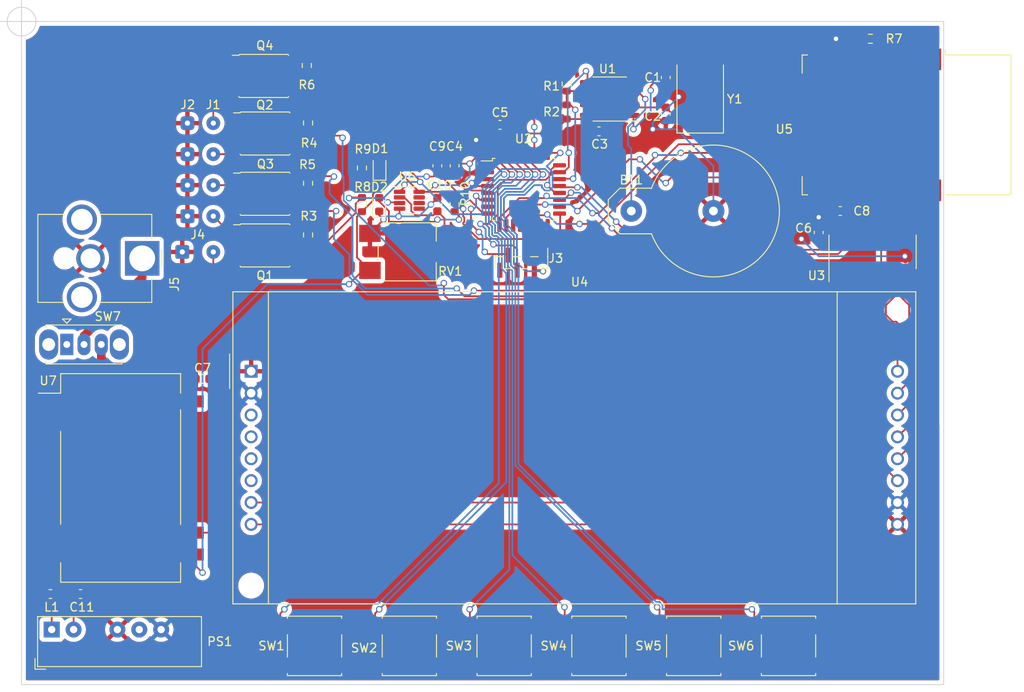
<source format=kicad_pcb>
(kicad_pcb (version 20211014) (generator pcbnew)
  (layers (0 "F.Cu" signal) (31 "B.Cu" signal) (34 "B.Paste" user) (35 "F.Paste" user) (36 "B.SilkS" user "B.Silkscreen") (37 "F.SilkS" user "F.Silkscreen") (38 "B.Mask" user) (39 "F.Mask" user) (44 "Edge.Cuts" user))
  (net 0 "")
  (net 1 "Net-(BT1-Pad1)")
  (net 2 "GND")
  (net 3 "Net-(C1-Pad1)")
  (net 4 "Net-(C2-Pad1)")
  (net 5 "+5V")
  (net 6 "+3.3V")
  (net 7 "Net-(C10-Pad1)")
  (net 8 "Net-(C11-Pad2)")
  (net 9 "Net-(D1-Pad1)")
  (net 10 "Net-(D2-Pad2)")
  (net 11 "/V1")
  (net 12 "/SWCLK")
  (net 13 "/SWDIO")
  (net 14 "/NRST")
  (net 16 "Net-(L1-Pad2)")
  (net 18 "Net-(Q1-Pad2)")
  (net 19 "+24V")
  (net 20 "/V3")
  (net 21 "Net-(Q2-Pad2)")
  (net 22 "/V2")
  (net 23 "Net-(Q3-Pad2)")
  (net 24 "/V4")
  (net 25 "Net-(Q4-Pad2)")
  (net 26 "/I2C2_SCL")
  (net 27 "/Q1")
  (net 28 "/Q3")
  (net 29 "/Q2")
  (net 30 "/Q4")
  (net 31 "/I2C2_SDA")
  (net 36 "/USART2_TX")
  (net 37 "/USART2_RX")
  (net 38 "/ADC1_IN4")
  (net 39 "/I2C1_SCL")
  (net 44 "/GPIO_Input")
  (net 45 "/I2C1_SDA")
  (net 51 "Net-(U3-Pad4)")
  (net 52 "Net-(U3-Pad5)")
  (net 53 "Net-(U3-Pad6)")
  (net 54 "Net-(U3-Pad7)")
  (net 55 "Net-(U3-Pad9)")
  (net 56 "Net-(U3-Pad10)")
  (net 57 "Net-(U3-Pad11)")
  (net 58 "Net-(U3-Pad12)")
  (net 94 "/Power supply/VIN")
  (net 95 "/SW1")
  (net 96 "/SW2")
  (net 97 "/SW3")
  (net 98 "/SW4")
  (net 99 "/SW5")
  (net 100 "/SW6")
  (net 101 "/ADC1_IN1")
  (net 102 "Net-(R7-Pad2)")
  (footprint "Resistor_SMD:R_0603_1608Metric" (layer "F.Cu") (at 98.25 93.78 90)
    (fp_text reference "R3")
    (fp_text value "10k")
  )
  (footprint "Package_DirectFET:DirectFET_MD" (layer "F.Cu") (at 93.25 82.005)
    (fp_text reference "Q2")
    (fp_text value "Valve 3 power")
  )
  (footprint "Package_SO:SO-8_3.9x4.9mm_P1.27mm" (layer "F.Cu") (at 133.25 78 180)
    (fp_text reference "U1")
    (fp_text value "DS1307N+")
  )
  (footprint "Potentiometer_SMD:Potentiometer_ACP_CA6-VSMD_Vertical" (layer "F.Cu") (at 109.75 95.75)
    (fp_text reference "RV1")
    (fp_text value "10k")
  )
  (footprint "Capacitor_SMD:C_0603_1608Metric" (layer "F.Cu") (at 157.5 93.5 -90)
    (fp_text reference "C6")
    (fp_text value "100nF")
  )
  (footprint "Package_SO:SO-16_3.9x9.9mm_P1.27mm" (layer "F.Cu") (at 163.75 95.75 90)
    (fp_text reference "U3")
    (fp_text value "PCF8574")
  )
  (footprint "Resistor_SMD:R_0603_1608Metric" (layer "F.Cu") (at 128.25 76.25 -90)
    (fp_text reference "R1")
    (fp_text value "3k")
  )
  (footprint "Resistor_SMD:R_0603_1608Metric" (layer "F.Cu") (at 115.25 90.25 -90)
    (fp_text reference "R10")
    (fp_text value "1k")
  )
  (footprint "Capacitor_SMD:C_0603_1608Metric" (layer "F.Cu") (at 113.25 85.75 90)
    (fp_text reference "C9")
    (fp_text value "104")
  )
  (footprint "LED_SMD:LED_0603_1608Metric" (layer "F.Cu") (at 106.5 90.25 90)
    (fp_text reference "D2")
    (fp_text value "Power LED")
  )
  (footprint "Connector_PinHeader_1.00mm:PinHeader_1x06_P1.00mm_Vertical_SMD_Pin1Left" (layer "F.Cu") (at 123 97 -90)
    (fp_text reference "J3")
    (fp_text value "Conn_01x06")
  )
  (footprint "Resistor_SMD:R_0603_1608Metric" (layer "F.Cu") (at 104.5 90.25 90)
    (fp_text reference "R8")
    (fp_text value "10k")
  )
  (footprint "Capacitor_SMD:C_0603_1608Metric" (layer "F.Cu") (at 113.25 90.25 90)
    (fp_text reference "C10")
    (fp_text value "104")
  )
  (footprint "Capacitor_SMD:C_0603_1608Metric" (layer "F.Cu") (at 132 81.75)
    (fp_text reference "C3")
    (fp_text value "100nF")
  )
  (footprint "Resistor_SMD:R_0603_1608Metric" (layer "F.Cu") (at 163.5 71)
    (fp_text reference "R7")
    (fp_text value "10k")
  )
  (footprint "Resistor_SMD:R_0603_1608Metric" (layer "F.Cu") (at 104.5 86 90)
    (fp_text reference "R9")
    (fp_text value "1k")
  )
  (footprint "Inductor_SMD:L_0603_1608Metric" (layer "F.Cu") (at 68.348884 135.48)
    (fp_text reference "L1")
    (fp_text value "18uH")
  )
  (footprint "Package_QFP:LQFP-32_7x7mm_P0.8mm" (layer "F.Cu") (at 123.25 88.5)
    (fp_text reference "U2")
    (fp_text value "STM32G071KxT")
  )
  (footprint "Button_Switch_SMD:SW_SPST_B3S-1000" (layer "F.Cu") (at 143 141.5)
    (fp_text reference "SW5")
    (fp_text value "SW_MEC_5E")
  )
  (footprint "Button_Switch_SMD:SW_SPST_B3S-1000" (layer "F.Cu") (at 154 141.5)
    (fp_text reference "SW6")
    (fp_text value "SW_MEC_5E")
  )
  (footprint "Capacitor_SMD:C_0603_1608Metric" (layer "F.Cu") (at 71.848884 135.48 180)
    (fp_text reference "C11")
    (fp_text value "2.2uF")
  )
  (footprint "Connector_Wire:SolderWire-0.1sqmm_1x04_P3.6mm_D0.4mm_OD1mm" (layer "F.Cu") (at 84.25 91.6 90)
    (fp_text reference "J2")
    (fp_text value "Valve output ground")
  )
  (footprint "RF_Module:ESP-12E" (layer "F.Cu") (at 167.7 81 -90)
    (fp_text reference "U5")
    (fp_text value "ESP-12E")
  )
  (footprint "Battery:BatteryHolder_Keystone_500" (layer "F.Cu") (at 135.753395 91)
    (fp_text reference "BT1")
    (fp_text value "3V")
  )
  (footprint "Converter_DCDC:Converter_DCDC_XP_POWER-IAxxxxS_THT" (layer "F.Cu") (at 68.5 139.605 90)
    (fp_text reference "PS1")
    (fp_text value "IA0503S")
  )
  (footprint "Package_DirectFET:DirectFET_MD" (layer "F.Cu") (at 93.25 95)
    (fp_text reference "Q1")
    (fp_text value "Valve 1 power")
  )
  (footprint "Capacitor_SMD:C_0603_1608Metric" (layer "F.Cu") (at 139.75 75.5 -90)
    (fp_text reference "C1")
    (fp_text value "12.5pF")
  )
  (footprint "Button_Switch_SMD:SW_SPST_B3S-1000" (layer "F.Cu") (at 99 141.5)
    (fp_text reference "SW1")
    (fp_text value "SW_MEC_5E")
  )
  (footprint "Capacitor_SMD:C_0603_1608Metric" (layer "F.Cu") (at 120.525 81)
    (fp_text reference "C5")
    (fp_text value "100nF")
  )
  (footprint "Resistor_SMD:R_0603_1608Metric" (layer "F.Cu") (at 98.1 74.1 90)
    (fp_text reference "R6")
    (fp_text value "10k")
  )
  (footprint "Capacitor_SMD:C_0603_1608Metric" (layer "F.Cu") (at 86 110.5 180)
    (fp_text reference "C7")
    (fp_text value "100nF")
  )
  (footprint "Connector_Wire:SolderWire-0.1sqmm_1x02_P3.6mm_D0.4mm_OD1mm" (layer "F.Cu") (at 83.65 95.755)
    (fp_text reference "J4")
    (fp_text value "Conn_01x02")
  )
  (footprint "Button_Switch_SMD:SW_SPST_B3S-1000" (layer "F.Cu") (at 110 141.5)
    (fp_text reference "SW2")
    (fp_text value "SW_MEC_5E")
  )
  (footprint "Converter_DCDC:Converter_DCDC_Artesyn_ATA_SMD" (layer "F.Cu") (at 76.5 122)
    (fp_text reference "U7")
    (fp_text value "ATA00A18S-L")
  )
  (footprint "Package_DirectFET:DirectFET_MD" (layer "F.Cu") (at 93.1 75.32)
    (fp_text reference "Q4")
    (fp_text value "Valve 4 power")
  )
  (footprint "Resistor_SMD:R_0603_1608Metric" (layer "F.Cu") (at 128.25 79.5 90)
    (fp_text reference "R2")
    (fp_text value "3k")
  )
  (footprint "Connector_BarrelJack:BarrelJack_CUI_PJ-063AH_Horizontal_CircularHoles" (layer "F.Cu") (at 79 96.5 -90)
    (fp_text reference "J5")
    (fp_text value "Jack-DC")
  )
  (footprint "Package_DirectFET:DirectFET_MD" (layer "F.Cu") (at 93.25 89)
    (fp_text reference "Q3")
    (fp_text value "Valve 2 power")
  )
  (footprint "Connector_Wire:SolderWire-0.1sqmm_1x04_P3.6mm_D0.4mm_OD1mm" (layer "F.Cu") (at 87.25 91.6 90)
    (fp_text reference "J1")
    (fp_text value "Valve input +24V")
  )
  (footprint "Package_TO_SOT_SMD:SOT-23-8" (layer "F.Cu") (at 110 89.75)
    (fp_text reference "U6")
    (fp_text value "LM393")
  )
  (footprint "Resistor_SMD:R_0603_1608Metric" (layer "F.Cu") (at 98.25 87.78 90)
    (fp_text reference "R5")
    (fp_text value "10k")
  )
  (footprint "Button_Switch_THT:SW_Slide_1P2T_CK_OS102011MS2Q" (layer "F.Cu") (at 70.25 106.5)
    (fp_text reference "SW7")
    (fp_text value "SW_SPDT")
  )
  (footprint "Button_Switch_SMD:SW_SPST_B3S-1000" (layer "F.Cu") (at 121 141.5)
    (fp_text reference "SW3")
    (fp_text value "SW_MEC_5E")
  )
  (footprint "Capacitor_SMD:C_0603_1608Metric" (layer "F.Cu") (at 160 91 180)
    (fp_text reference "C8")
    (fp_text value "100nF")
  )
  (footprint "Resistor_SMD:R_0603_1608Metric" (layer "F.Cu") (at 98.25 80.785 90)
    (fp_text reference "R4")
    (fp_text value "10k")
  )
  (footprint "Capacitor_SMD:C_0603_1608Metric" (layer "F.Cu") (at 139.75 79.75 -90)
    (fp_text reference "C2")
    (fp_text value "12.5pF")
  )
  (footprint "Crystal:Crystal_SMD_FOX_FQ7050-2Pin_7.0x5.0mm" (layer "F.Cu") (at 143.75 77.75 90)
    (fp_text reference "Y1")
    (fp_text value "32.768KHZ")
  )
  (footprint "Button_Switch_SMD:SW_SPST_B3S-1000" (layer "F.Cu") (at 132 141.5)
    (fp_text reference "SW4")
    (fp_text value "SW_MEC_5E")
  )
  (footprint "Display:NHD-0420H1Z" (layer "F.Cu") (at 91.6425 109.61)
    (fp_text reference "U4")
    (fp_text value "NHD-0420H1Z")
  )
  (footprint "Capacitor_SMD:C_0603_1608Metric" (layer "F.Cu") (at 115.25 85.75 -90)
    (fp_text reference "C4")
    (fp_text value "100nF")
  )
  (footprint "LED_SMD:LED_0603_1608Metric" (layer "F.Cu") (at 106.54 85.9425 90)
    (fp_text reference "D1")
    (fp_text value "Trigger LED")
  )
  (gr_line (start 68 69) (end 65 69) (layer "Edge.Cuts") (width 0.1))
  (gr_line (start 172 70) (end 172 146) (layer "Edge.Cuts") (width 0.1))
  (gr_line (start 172 69) (end 172 70) (layer "Edge.Cuts") (width 0.1))
  (gr_line (start 172 69) (end 68 69) (layer "Edge.Cuts") (width 0.1))
  (gr_line (start 65 69) (end 65 146) (layer "Edge.Cuts") (width 0.1))
  (gr_line (start 172 146) (end 65 146) (layer "Edge.Cuts") (width 0.1))
  (target plus (at 65 69) (size 5) (width 0.1) (layer "Edge.Cuts"))
  (segment (start 136.7405 77.365) (end 137.3755 78) (width 0.2) (layer "F.Cu") (net 1))
  (segment (start 135.825 77.365) (end 136.7405 77.365) (width 0.2) (layer "F.Cu") (net 1))
  (via (at 137.3755 78) (size 0.75) (drill 0.5) (layers "F.Cu" "B.Cu") (net 1))
  (segment (start 135.375 83.375) (end 135.753395 83.753395) (width 0.2) (layer "B.Cu") (net 1))
  (segment (start 135.375 81.241116) (end 135.375 83.375) (width 0.2) (layer "B.Cu") (net 1))
  (segment (start 137.3755 78) (end 137.3755 79.240616) (width 0.2) (layer "B.Cu") (net 1))
  (segment (start 135.753395 83.753395) (end 135.753395 91) (width 0.2) (layer "B.Cu") (net 1))
  (segment (start 137.3755 79.240616) (end 135.375 81.241116) (width 0.2) (layer "B.Cu") (net 1))
  (segment (start 139.75 80.525) (end 139.225 80.525) (width 0.2) (layer "F.Cu") (net 2))
  (segment (start 113.25 84.975) (end 113.7 84.975) (width 0.2) (layer "F.Cu") (net 2))
  (segment (start 157.475 94.25) (end 157.5 94.275) (width 0.2) (layer "F.Cu") (net 2))
  (segment (start 117.241116 88.625) (end 115.25 86.633884) (width 0.2) (layer "F.Cu") (net 2))
  (segment (start 107 92) (end 105.425 93.575) (width 0.2) (layer "F.Cu") (net 2))
  (segment (start 113.25 89.491246) (end 112.495831 90.245415) (width 0.2) (layer "F.Cu") (net 2))
  (segment (start 157.2 88.975) (end 157.2 88.6) (width 0.2) (layer "F.Cu") (net 2))
  (segment (start 139.775 76.275) (end 139.75 76.275) (width 0.2) (layer "F.Cu") (net 2))
  (segment (start 113.25 89.475) (end 113.25 89.491246) (width 0.2) (layer "F.Cu") (net 2))
  (segment (start 105.425 93.575) (end 105.425 93.6) (width 0.2) (layer "F.Cu") (net 2))
  (segment (start 139.225 80.525) (end 138.25 81.5) (width 0.2) (layer "F.Cu") (net 2))
  (segment (start 115.25 86.633884) (end 115.25 86.525) (width 0.2) (layer "F.Cu") (net 2))
  (segment (start 155.5 94.25) (end 157.475 94.25) (width 0.2) (layer "F.Cu") (net 2))
  (segment (start 119.075 88.9) (end 118.8 88.625) (width 0.2) (layer "F.Cu") (net 2))
  (segment (start 108.8625 91.513) (end 108.8625 90.725) (width 0.2) (layer "F.Cu") (net 2))
  (segment (start 108.75 91.6255) (end 108.8625 91.513) (width 0.2) (layer "F.Cu") (net 2))
  (segment (start 141.25 77.75) (end 139.775 76.275) (width 0.2) (layer "F.Cu") (net 2))
  (segment (start 107 92) (end 106.5 91.5) (width 0.2) (layer "F.Cu") (net 2))
  (segment (start 159.225 91) (end 157.2 88.975) (width 0.2) (layer "F.Cu") (net 2))
  (segment (start 168.195 98.325) (end 168.195 96.945) (width 0.2) (layer "F.Cu") (net 2))
  (segment (start 118.8 88.625) (end 117.241116 88.625) (width 0.2) (layer "F.Cu") (net 2))
  (segment (start 113.7 84.975) (end 115.25 86.525) (width 0.2) (layer "F.Cu") (net 2))
  (segment (start 168.195 96.945) (end 167.5 96.25) (width 0.2) (layer "F.Cu") (net 2))
  (segment (start 106.5 91.5) (end 106.5 91.0375) (width 0.2) (layer "F.Cu") (net 2))
  (via (at 167.5 96.25) (size 0.75) (drill 0.5) (layers "F.Cu" "B.Cu") (net 2))
  (via (at 107 92) (size 0.75) (drill 0.5) (layers "F.Cu" "B.Cu") (net 2))
  (via (at 108.75 91.6255) (size 0.75) (drill 0.5) (layers "F.Cu" "B.Cu") (net 2))
  (via (at 138.25 81.5) (size 0.75) (drill 0.5) (layers "F.Cu" "B.Cu") (net 2))
  (via (at 141.25 77.75) (size 0.75) (drill 0.5) (layers "F.Cu" "B.Cu") (net 2))
  (via (at 112.495831 90.245415) (size 0.75) (drill 0.5) (layers "F.Cu" "B.Cu") (net 2))
  (via (at 155.5 94.25) (size 0.75) (drill 0.5) (layers "F.Cu" "B.Cu") (net 2))
  (segment (start 141 81.5) (end 145.283395 85.783395) (width 0.2) (layer "B.Cu") (net 2))
  (segment (start 138.25 80.75) (end 141.25 77.75) (width 0.2) (layer "B.Cu") (net 2))
  (segment (start 145.283395 85.783395) (end 145.283395 91) (width 0.2) (layer "B.Cu") (net 2))
  (segment (start 157.5 96.25) (end 167.5 96.25) (width 0.2) (layer "B.Cu") (net 2))
  (segment (start 111.115746 91.6255) (end 108.75 91.6255) (width 0.2) (layer "B.Cu") (net 2))
  (segment (start 155.5 94.25) (end 157.5 96.25) (width 0.2) (layer "B.Cu") (net 2))
  (segment (start 138.25 81.5) (end 138.25 80.75) (width 0.2) (layer "B.Cu") (net 2))
  (segment (start 107.3745 91.6255) (end 108.75 91.6255) (width 0.2) (layer "B.Cu") (net 2))
  (segment (start 112.495831 90.245415) (end 111.115746 91.6255) (width 0.2) (layer "B.Cu") (net 2))
  (segment (start 138.25 81.5) (end 141 81.5) (width 0.2) (layer "B.Cu") (net 2))
  (segment (start 107 92) (end 107.3745 91.6255) (width 0.2) (layer "B.Cu") (net 2))
  (segment (start 140.175 75.15) (end 139.75 74.725) (width 0.2) (layer "F.Cu") (net 3))
  (segment (start 143.75 75.15) (end 140.175 75.15) (width 0.2) (layer "F.Cu") (net 3))
  (segment (start 138 76.475) (end 138 77) (width 0.2) (layer "F.Cu") (net 3))
  (segment (start 136 81.5) (end 136 80.08) (width 0.2) (layer "F.Cu") (net 3))
  (segment (start 136 80.08) (end 135.825 79.905) (width 0.2) (layer "F.Cu") (net 3))
  (segment (start 139.75 74.725) (end 138 76.475) (width 0.2) (layer "F.Cu") (net 3))
  (via (at 138 77) (size 0.75) (drill 0.5) (layers "F.Cu" "B.Cu") (net 3))
  (via (at 136 81.5) (size 0.75) (drill 0.5) (layers "F.Cu" "B.Cu") (net 3))
  (segment (start 138 79.5) (end 136 81.5) (width 0.2) (layer "B.Cu") (net 3))
  (segment (start 138 77) (end 138 79.5) (width 0.2) (layer "B.Cu") (net 3))
  (segment (start 136.165 78.975) (end 135.825 78.635) (width 0.2) (layer "F.Cu") (net 4))
  (segment (start 143.75 80.35) (end 141.125 80.35) (width 0.2) (layer "F.Cu") (net 4))
  (segment (start 141.125 80.35) (end 139.75 78.975) (width 0.2) (layer "F.Cu") (net 4))
  (segment (start 139.75 78.975) (end 136.165 78.975) (width 0.2) (layer "F.Cu") (net 4))
  (segment (start 104.5 91.075) (end 103.925 91.65) (width 0.2) (layer "F.Cu") (net 5))
  (segment (start 108.93125 86.56875) (end 108.43125 86.06875) (width 0.2) (layer "F.Cu") (net 5))
  (segment (start 107.5175 85.155) (end 106.54 85.155) (width 0.2) (layer "F.Cu") (net 5))
  (segment (start 117 85.5) (end 115.775 85.5) (width 0.2) (layer "F.Cu") (net 5))
  (segment (start 104.6 97.9) (end 103 99.5) (width 0.2) (layer "F.Cu") (net 5))
  (segment (start 130.255 80.325) (end 130.675 79.905) (width 0.2) (layer "F.Cu") (net 5))
  (segment (start 84.75 135.25) (end 84.5 135.5) (width 0.2) (layer "F.Cu") (net 5))
  (segment (start 114.6 88.775) (end 112.275 88.775) (width 0.2) (layer "F.Cu") (net 5))
  (segment (start 117 85.5) (end 120.5 82) (width 0.2) (layer "F.Cu") (net 5))
  (segment (start 105.775 89.8) (end 105.775 89.049587) (width 0.2) (layer "F.Cu") (net 5))
  (segment (start 105.775 89.049587) (end 108.43125 86.393337) (width 0.2) (layer "F.Cu") (net 5))
  (segment (start 105.425 97.9) (end 104.6 97.9) (width 0.2) (layer "F.Cu") (net 5))
  (segment (start 103.925 96.4) (end 105.425 97.9) (width 0.2) (layer "F.Cu") (net 5))
  (segment (start 131.225 80.455) (end 131.225 81.75) (width 0.2) (layer "F.Cu") (net 5))
  (segment (start 127.5 79.575) (end 127.5 76.175) (width 0.2) (layer "F.Cu") (net 5))
  (segment (start 84.75 131.75) (end 84.75 130.89) (width 0.2) (layer "F.Cu") (net 5))
  (segment (start 126.575 82) (end 128.25 80.325) (width 0.2) (layer "F.Cu") (net 5))
  (segment (start 128.25 80.325) (end 127.5 79.575) (width 0.2) (layer "F.Cu") (net 5))
  (segment (start 103.925 91.65) (end 103.925 96.4) (width 0.2) (layer "F.Cu") (net 5))
  (segment (start 84.75 130.89) (end 84.75 135.25) (width 0.2) (layer "F.Cu") (net 5))
  (segment (start 72.623884 135.48) (end 71.643884 134.5) (width 0.2) (layer "F.Cu") (net 5))
  (segment (start 67.561384 134.938616) (end 67.561384 135.48) (width 0.2) (layer "F.Cu") (net 5))
  (segment (start 115.25 89.425) (end 114.6 88.775) (width 0.2) (layer "F.Cu") (net 5))
  (segment (start 115.775 85.5) (end 115.25 84.975) (width 0.2) (layer "F.Cu") (net 5))
  (segment (start 128.25 80.325) (end 130.255 80.325) (width 0.2) (layer "F.Cu") (net 5))
  (segment (start 86 133) (end 84.75 131.75) (width 0.2) (layer "F.Cu") (net 5))
  (segment (start 84.5 135.5) (end 72.643884 135.5) (width 0.2) (layer "F.Cu") (net 5))
  (segment (start 72.643884 135.5) (end 72.623884 135.48) (width 0.2) (layer "F.Cu") (net 5))
  (segment (start 108.43125 86.393337) (end 108.43125 86.06875) (width 0.2) (layer "F.Cu") (net 5))
  (segment (start 111.1375 88.775) (end 108.93125 86.56875) (width 0.2) (layer "F.Cu") (net 5))
  (segment (start 112.275 88.775) (end 111.1375 88.775) (width 0.2) (layer "F.Cu") (net 5))
  (segment (start 120.5 82) (end 126.575 82) (width 0.2) (layer "F.Cu") (net 5))
  (segment (start 68 134.5) (end 67.561384 134.938616) (width 0.2) (layer "F.Cu") (net 5))
  (segment (start 112.275 88.775) (end 112.275 88.725) (width 0.2) (layer "F.Cu") (net 5))
  (segment (start 130.675 79.905) (end 131.225 80.455) (width 0.2) (layer "F.Cu") (net 5))
  (segment (start 127.5 76.175) (end 128.25 75.425) (width 0.2) (layer "F.Cu") (net 5))
  (segment (start 112.275 88.725) (end 113 88) (width 0.2) (layer "F.Cu") (net 5))
  (segment (start 104.5 91.075) (end 105.775 89.8) (width 0.2) (layer "F.Cu") (net 5))
  (segment (start 108.43125 86.06875) (end 107.5175 85.155) (width 0.2) (layer "F.Cu") (net 5))
  (segment (start 71.643884 134.5) (end 68 134.5) (width 0.2) (layer "F.Cu") (net 5))
  (via (at 113 88) (size 0.75) (drill 0.5) (layers "F.Cu" "B.Cu") (net 5))
  (via (at 117 85.5) (size 0.75) (drill 0.5) (layers "F.Cu" "B.Cu") (net 5))
  (via (at 86 133) (size 0.75) (drill 0.5) (layers "F.Cu" "B.Cu") (net 5))
  (via (at 103 99.5) (size 0.75) (drill 0.5) (layers "F.Cu" "B.Cu") (net 5))
  (segment (start 93.5 99.5) (end 86 107) (width 0.2) (layer "B.Cu") (net 5))
  (segment (start 86 107) (end 86 133) (width 0.2) (layer "B.Cu") (net 5))
  (segment (start 117 87) (end 117 85.5) (width 0.2) (layer "B.Cu") (net 5))
  (segment (start 113 88) (end 116 88) (width 0.2) (layer "B.Cu") (net 5))
  (segment (start 103 99.5) (end 93.5 99.5) (width 0.2) (layer "B.Cu") (net 5))
  (segment (start 116 88) (end 117 87) (width 0.2) (layer "B.Cu") (net 5))
  (segment (start 159.305 93.175) (end 157.95 93.175) (width 0.2) (layer "F.Cu") (net 6))
  (segment (start 118 94.25) (end 123.625 94.25) (width 0.2) (layer "F.Cu") (net 6))
  (segment (start 157.5 91.725) (end 160.05 91.725) (width 0.2) (layer "F.Cu") (net 6))
  (segment (start 116.375 92.258884) (end 116.25 92.383884) (width 0.2) (layer "F.Cu") (net 6))
  (segment (start 116.25 90.7505) (end 116.25 91.616116) (width 0.2) (layer "F.Cu") (net 6))
  (segment (start 157.2 73.15) (end 157.2 73.4) (width 0.2) (layer "F.Cu") (net 6))
  (segment (start 118 82.75) (end 119.75 81) (width 0.2) (layer "F.Cu") (net 6))
  (segment (start 116.25 92.383884) (end 116.25 92.5) (width 0.2) (layer "F.Cu") (net 6))
  (segment (start 159.5 71) (end 159.35 71) (width 0.2) (layer "F.Cu") (net 6))
  (segment (start 117.75 82.75) (end 118 82.75) (width 0.2) (layer "F.Cu") (net 6))
  (segment (start 117.6 88.1) (end 119.075 88.1) (width 0.2) (layer "F.Cu") (net 6))
  (segment (start 161.2 90.575) (end 161.2 88.6) (width 0.2) (layer "F.Cu") (net 6))
  (segment (start 86.775 110.5) (end 89.9925 110.5) (width 0.2) (layer "F.Cu") (net 6))
  (segment (start 89.9925 110.5) (end 91.6425 112.15) (width 0.2) (layer "F.Cu") (net 6))
  (segment (start 116.25 92.5) (end 118 94.25) (width 0.2) (layer "F.Cu") (net 6))
  (segment (start 162.675 71) (end 159.5 71) (width 0.2) (layer "F.Cu") (net 6))
  (segment (start 157.5 92.725) (end 157.5 91.725) (width 0.2) (layer "F.Cu") (net 6))
  (segment (start 157.95 93.175) (end 157.5 92.725) (width 0.2) (layer "F.Cu") (net 6))
  (segment (start 160.05 91.725) (end 160.775 91) (width 0.2) (layer "F.Cu") (net 6))
  (segment (start 123.625 94.25) (end 125.5 96.125) (width 0.2) (layer "F.Cu") (net 6))
  (segment (start 116.375 91.741116) (end 116.375 92.258884) (width 0.2) (layer "F.Cu") (net 6))
  (segment (start 116.25 91.616116) (end 116.375 91.741116) (width 0.2) (layer "F.Cu") (net 6))
  (segment (start 117.25 87.75) (end 117.6 88.1) (width 0.2) (layer "F.Cu") (net 6))
  (segment (start 160.775 91) (end 161.2 90.575) (width 0.2) (layer "F.Cu") (net 6))
  (segment (start 159.35 71) (end 157.2 73.15) (width 0.2) (layer "F.Cu") (net 6))
  (via (at 157.5 91.725) (size 0.75) (drill 0.5) (layers "F.Cu" "B.Cu") (net 6))
  (via (at 159.5 71) (size 0.75) (drill 0.5) (layers "F.Cu" "B.Cu") (net 6))
  (via (at 159.5 71) (size 0.75) (drill 0.5) (layers "F.Cu" "B.Cu") (net 6))
  (via (at 116.25 90.7505) (size 0.75) (drill 0.5) (layers "F.Cu" "B.Cu") (net 6))
  (via (at 117.25 87.75) (size 0.75) (drill 0.5) (layers "F.Cu" "B.Cu") (net 6))
  (via (at 117.75 82.75) (size 0.75) (drill 0.5) (layers "F.Cu" "B.Cu") (net 6))
  (segment (start 116.25 88.75) (end 117.25 87.75) (width 0.2) (layer "B.Cu") (net 6))
  (segment (start 116.25 90.7505) (end 116.25 88.75) (width 0.2) (layer "B.Cu") (net 6))
  (segment (start 117.75 87.25) (end 117.75 82.75) (width 0.2) (layer "B.Cu") (net 6))
  (segment (start 117.25 87.75) (end 117.75 87.25) (width 0.2) (layer "B.Cu") (net 6))
  (segment (start 110.71967 91.5) (end 112.775 91.5) (width 0.2) (layer "F.Cu") (net 7))
  (segment (start 113.25 91.025) (end 114.075 91.85) (width 0.2) (layer "F.Cu") (net 7))
  (segment (start 114.075 91.85) (end 114.075 95.75) (width 0.2) (layer "F.Cu") (net 7))
  (segment (start 109.40533 89.425) (end 110.225 90.24467) (width 0.2) (layer "F.Cu") (net 7))
  (segment (start 110.225 91.00533) (end 110.71967 91.5) (width 0.2) (layer "F.Cu") (net 7))
  (segment (start 108.8625 89.425) (end 109.40533 89.425) (width 0.2) (layer "F.Cu") (net 7))
  (segment (start 110.225 90.24467) (end 110.225 91.00533) (width 0.2) (layer "F.Cu") (net 7))
  (segment (start 112.775 91.5) (end 113.25 91.025) (width 0.2) (layer "F.Cu") (net 7))
  (segment (start 86.85 128.35) (end 87 128.5) (width 0.2) (layer "F.Cu") (net 8))
  (segment (start 71.04 135.513884) (end 71.04 139.605) (width 0.2) (layer "F.Cu") (net 8))
  (segment (start 87 128.5) (end 87 136.5) (width 0.2) (layer "F.Cu") (net 8))
  (segment (start 72.093884 136.5) (end 71.073884 135.48) (width 0.2) (layer "F.Cu") (net 8))
  (segment (start 87 136.5) (end 72.093884 136.5) (width 0.2) (layer "F.Cu") (net 8))
  (segment (start 84.75 128.35) (end 86.85 128.35) (width 0.2) (layer "F.Cu") (net 8))
  (segment (start 71.073884 135.48) (end 71.04 135.513884) (width 0.2) (layer "F.Cu") (net 8))
  (segment (start 106.445 86.825) (end 106.54 86.73) (width 0.2) (layer "F.Cu") (net 9))
  (segment (start 104.5 86.825) (end 106.445 86.825) (width 0.2) (layer "F.Cu") (net 9))
  (segment (start 107.625 92.25) (end 113 92.25) (width 0.2) (layer "F.Cu") (net 10))
  (segment (start 113 92.25) (end 113.25 92) (width 0.2) (layer "F.Cu") (net 10))
  (segment (start 106.5 89.883884) (end 107.625 91.008884) (width 0.2) (layer "F.Cu") (net 10))
  (segment (start 115.75 91.575) (end 115.25 91.075) (width 0.2) (layer "F.Cu") (net 10))
  (segment (start 107.625 91.008884) (end 107.625 92.25) (width 0.2) (layer "F.Cu") (net 10))
  (segment (start 115.75 92) (end 115.75 91.575) (width 0.2) (layer "F.Cu") (net 10))
  (segment (start 106.5 89.4625) (end 106.5 89.883884) (width 0.2) (layer "F.Cu") (net 10))
  (via (at 113.25 92) (size 0.75) (drill 0.5) (layers "F.Cu" "B.Cu") (net 10))
  (via (at 115.75 92) (size 0.75) (drill 0.5) (layers "F.Cu" "B.Cu") (net 10))
  (segment (start 113.25 92) (end 115.75 92) (width 0.2) (layer "B.Cu") (net 10))
  (segment (start 96.45 96.175) (end 96.45 93.825) (width 0.2) (layer "F.Cu") (net 11))
  (segment (start 90.05 96.175) (end 90.65 96.775) (width 0.2) (layer "F.Cu") (net 11))
  (segment (start 87.25 91.6) (end 89.475 93.825) (width 0.2) (layer "F.Cu") (net 11))
  (segment (start 89.475 93.825) (end 90.05 93.825) (width 0.2) (layer "F.Cu") (net 11))
  (segment (start 95.85 96.775) (end 96.45 96.175) (width 0.2) (layer "F.Cu") (net 11))
  (segment (start 90.05 93.825) (end 90.05 96.175) (width 0.2) (layer "F.Cu") (net 11))
  (segment (start 90.65 96.775) (end 95.85 96.775) (width 0.2) (layer "F.Cu") (net 11))
  (segment (start 124.5 97.875) (end 125.375 97.875) (width 0.2) (layer "F.Cu") (net 12))
  (segment (start 125.375 97.875) (end 125.5 98) (width 0.2) (layer "F.Cu") (net 12))
  (segment (start 127.5 84.25) (end 126.125 84.25) (width 0.2) (layer "F.Cu") (net 12))
  (segment (start 126.125 84.25) (end 126.05 84.325) (width 0.2) (layer "F.Cu") (net 12))
  (via (at 127.5 84.25) (size 0.75) (drill 0.5) (layers "F.Cu" "B.Cu") (net 12))
  (via (at 125.5 98) (size 0.75) (drill 0.5) (layers "F.Cu" "B.Cu") (net 12))
  (segment (start 125.375 88) (end 124.493731 88) (width 0.2) (layer "B.Cu") (net 12))
  (segment (start 121.364948 89.125) (end 120.975 89.514948) (width 0.2) (layer "B.Cu") (net 12))
  (segment (start 127.5 84.25) (end 125.938187 85.811813) (width 0.2) (layer "B.Cu") (net 12))
  (segment (start 126.625 86.498627) (end 126.625 88.258884) (width 0.2) (layer "B.Cu") (net 12))
  (segment (start 123.479897 98) (end 125.5 98) (width 0.2) (layer "B.Cu") (net 12))
  (segment (start 126.625 88.258884) (end 126.258884 88.625) (width 0.2) (layer "B.Cu") (net 12))
  (segment (start 125.741116 88.625) (end 125.375 88.258884) (width 0.2) (layer "B.Cu") (net 12))
  (segment (start 120.975 89.514948) (end 120.975 91.689041) (width 0.2) (layer "B.Cu") (net 12))
  (segment (start 120.975 91.689041) (end 121.35 92.064041) (width 0.2) (layer "B.Cu") (net 12))
  (segment (start 121.35 92.620772) (end 122.475 93.745772) (width 0.2) (layer "B.Cu") (net 12))
  (segment (start 121.35 92.064041) (end 121.35 92.620772) (width 0.2) (layer "B.Cu") (net 12))
  (segment (start 122.475 93.745772) (end 122.475 96.995103) (width 0.2) (layer "B.Cu") (net 12))
  (segment (start 125.938187 85.811813) (end 126.625 86.498627) (width 0.2) (layer "B.Cu") (net 12))
  (segment (start 122.475 96.995103) (end 123.479897 98) (width 0.2) (layer "B.Cu") (net 12))
  (segment (start 123.368731 89.125) (end 121.364948 89.125) (width 0.2) (layer "B.Cu") (net 12))
  (segment (start 125.375 88.258884) (end 125.375 88) (width 0.2) (layer "B.Cu") (net 12))
  (segment (start 126.258884 88.625) (end 125.741116 88.625) (width 0.2) (layer "B.Cu") (net 12))
  (segment (start 124.493731 88) (end 123.368731 89.125) (width 0.2) (layer "B.Cu") (net 12))
  (segment (start 126.425 86.21967) (end 126.94467 85.7) (width 0.2) (layer "F.Cu") (net 13))
  (segment (start 125.83033 87.375) (end 126.425 86.78033) (width 0.2) (layer "F.Cu") (net 13))
  (segment (start 126.425 86.78033) (end 126.425 86.21967) (width 0.2) (layer "F.Cu") (net 13))
  (segment (start 119.15533 92.5) (end 120.25 91.40533) (width 0.2) (layer "F.Cu") (net 13))
  (segment (start 120.25 91.40533) (end 120.25 88.25) (width 0.2) (layer "F.Cu") (net 13))
  (segment (start 126.94467 85.7) (end 127.425 85.7) (width 0.2) (layer "F.Cu") (net 13))
  (segment (start 122.5 97.875) (end 122.5 95.45) (width 0.2) (layer "F.Cu") (net 13))
  (segment (start 121.125 87.375) (end 125.83033 87.375) (width 0.2) (layer "F.Cu") (net 13))
  (segment (start 119.8755 95) (end 119.75 94.8745) (width 0.2) (layer "F.Cu") (net 13))
  (segment (start 120.25 88.25) (end 121.125 87.375) (width 0.2) (layer "F.Cu") (net 13))
  (segment (start 118.25 92.5) (end 119.15533 92.5) (width 0.2) (layer "F.Cu") (net 13))
  (segment (start 122.05 95) (end 119.8755 95) (width 0.2) (layer "F.Cu") (net 13))
  (segment (start 122.5 95.45) (end 122.05 95) (width 0.2) (layer "F.Cu") (net 13))
  (via (at 119.75 94.8745) (size 0.75) (drill 0.5) (layers "F.Cu" "B.Cu") (net 13))
  (via (at 118.25 92.5) (size 0.75) (drill 0.5) (layers "F.Cu" "B.Cu") (net 13))
  (segment (start 118.25 92.5) (end 118.85 93.1) (width 0.2) (layer "B.Cu") (net 13))
  (segment (start 118.85 93.1) (end 118.85 93.9745) (width 0.2) (layer "B.Cu") (net 13))
  (segment (start 118.85 93.9745) (end 119.75 94.8745) (width 0.2) (layer "B.Cu") (net 13))
  (segment (start 119.075 89.7) (end 118.2 89.7) (width 0.2) (layer "F.Cu") (net 14))
  (segment (start 118.75 95.75) (end 119 96) (width 0.2) (layer "F.Cu") (net 14))
  (segment (start 119 96) (end 121.375 96) (width 0.2) (layer "F.Cu") (net 14))
  (segment (start 121.375 96) (end 121.5 96.125) (width 0.2) (layer "F.Cu") (net 14))
  (segment (start 118.066589 93.433411) (end 117.149502 92.516324) (width 0.2) (layer "F.Cu") (net 14))
  (segment (start 117.149502 92.516324) (end 117.149502 90.7499) (width 0.2) (layer "F.Cu") (net 14))
  (segment (start 118.2 89.7) (end 117.75 89.25) (width 0.2) (layer "F.Cu") (net 14))
  (via (at 118.066589 93.433411) (size 0.75) (drill 0.5) (layers "F.Cu" "B.Cu") (net 14))
  (via (at 117.75 89.25) (size 0.75) (drill 0.5) (layers "F.Cu" "B.Cu") (net 14))
  (via (at 118.75 95.75) (size 0.75) (drill 0.5) (layers "F.Cu" "B.Cu") (net 14))
  (via (at 117.149502 90.7499) (size 0.75) (drill 0.5) (layers "F.Cu" "B.Cu") (net 14))
  (segment (start 117.149602 90.75) (end 117.149502 90.7499) (width 0.2) (layer "B.Cu") (net 14))
  (segment (start 117.75 90.5) (end 117.5 90.75) (width 0.2) (layer "B.Cu") (net 14))
  (segment (start 117.5 90.75) (end 117.149602 90.75) (width 0.2) (layer "B.Cu") (net 14))
  (segment (start 118.75 95.75) (end 118.5 95.5) (width 0.2) (layer "B.Cu") (net 14))
  (segment (start 118.5 93.866822) (end 118.066589 93.433411) (width 0.2) (layer "B.Cu") (net 14))
  (segment (start 118.5 95.5) (end 118.5 93.866822) (width 0.2) (layer "B.Cu") (net 14))
  (segment (start 117.75 89.25) (end 117.75 90.5) (width 0.2) (layer "B.Cu") (net 14))
  (segment (start 68.5 136.116384) (end 68.5 139.605) (width 0.2) (layer "F.Cu") (net 16))
  (segment (start 69.136384 135.48) (end 68.5 136.116384) (width 0.2) (layer "F.Cu") (net 16))
  (segment (start 97.145 92.65) (end 92.85 92.65) (width 0.2) (layer "F.Cu") (net 18))
  (segment (start 97.25 93.605) (end 97.25 92.755) (width 0.2) (layer "F.Cu") (net 18))
  (segment (start 92.85 92.65) (end 91.7 93.8) (width 0.2) (layer "F.Cu") (net 18))
  (segment (start 98.25 94.605) (end 97.25 93.605) (width 0.2) (layer "F.Cu") (net 18))
  (segment (start 97.25 92.755) (end 97.145 92.65) (width 0.2) (layer "F.Cu") (net 18))
  (segment (start 79 96.5) (end 79 98.75) (width 1) (layer "F.Cu") (net 19))
  (segment (start 72.25 105.5) (end 72.25 106.5) (width 1) (layer "F.Cu") (net 19))
  (segment (start 79 98.75) (end 72.25 105.5) (width 1) (layer "F.Cu") (net 19))
  (segment (start 90.65 80.23) (end 95.85 80.23) (width 0.2) (layer "F.Cu") (net 20))
  (segment (start 87.25 84.4) (end 88.83 84.4) (width 0.2) (layer "F.Cu") (net 20))
  (segment (start 95.85 80.23) (end 96.45 80.83) (width 0.2) (layer "F.Cu") (net 20))
  (segment (start 90.05 83.18) (end 90.05 80.83) (width 0.2) (layer "F.Cu") (net 20))
  (segment (start 88.83 84.4) (end 90.05 83.18) (width 0.2) (layer "F.Cu") (net 20))
  (segment (start 96.45 80.83) (end 96.45 83.18) (width 0.2) (layer "F.Cu") (net 20))
  (segment (start 90.05 80.83) (end 90.65 80.23) (width 0.2) (layer "F.Cu") (net 20))
  (segment (start 97.15 84.355) (end 91.7 84.355) (width 0.2) (layer "F.Cu") (net 21))
  (segment (start 91 83.655) (end 91 81.505) (width 0.2) (layer "F.Cu") (net 21))
  (segment (start 91.7 84.355) (end 91 83.655) (width 0.2) (layer "F.Cu") (net 21))
  (segment (start 98.25 81.61) (end 98.25 83.255) (width 0.2) (layer "F.Cu") (net 21))
  (segment (start 91 81.505) (end 91.7 80.805) (width 0.2) (layer "F.Cu") (net 21))
  (segment (start 98.25 83.255) (end 97.15 84.355) (width 0.2) (layer "F.Cu") (net 21))
  (segment (start 90.05 87.825) (end 90.05 90.175) (width 0.2) (layer "F.Cu") (net 22))
  (segment (start 95.85 90.775) (end 96.45 90.175) (width 0.2) (layer "F.Cu") (net 22))
  (segment (start 90.65 90.775) (end 95.85 90.775) (width 0.2) (layer "F.Cu") (net 22))
  (segment (start 96.45 87.825) (end 96.45 90.175) (width 0.2) (layer "F.Cu") (net 22))
  (segment (start 90.05 90.175) (end 90.65 90.775) (width 0.2) (layer "F.Cu") (net 22))
  (segment (start 87.25 88) (end 89.875 88) (width 0.2) (layer "F.Cu") (net 22))
  (segment (start 89.875 88) (end 90.05 87.825) (width 0.2) (layer "F.Cu") (net 22))
  (segment (start 97.525 87.025) (end 97.005 86.505) (width 0.2) (layer "F.Cu") (net 23))
  (segment (start 92.995 86.505) (end 91.7 87.8) (width 0.2) (layer "F.Cu") (net 23))
  (segment (start 98.25 88.605) (end 97.525 87.88) (width 0.2) (layer "F.Cu") (net 23))
  (segment (start 97.525 87.88) (end 97.525 87.025) (width 0.2) (layer "F.Cu") (net 23))
  (segment (start 97.005 86.505) (end 92.995 86.505) (width 0.2) (layer "F.Cu") (net 23))
  (segment (start 87.25 80.8) (end 87.25 79.145) (width 0.2) (layer "F.Cu") (net 24))
  (segment (start 89.9 74.145) (end 90.5 73.545) (width 0.2) (layer "F.Cu") (net 24))
  (segment (start 95.7 73.545) (end 96.3 74.145) (width 0.2) (layer "F.Cu") (net 24))
  (segment (start 90.5 73.545) (end 95.7 73.545) (width 0.2) (layer "F.Cu") (net 24))
  (segment (start 89.9 76.495) (end 89.9 74.145) (width 0.2) (layer "F.Cu") (net 24))
  (segment (start 96.3 74.145) (end 96.3 76.495) (width 0.2) (layer "F.Cu") (net 24))
  (segment (start 89.9 76.495) (end 87.25 79.145) (width 0.2) (layer "F.Cu") (net 24))
  (segment (start 91.55 77.67) (end 97.085 77.67) (width 0.2) (layer "F.Cu") (net 25))
  (segment (start 91.55 74.12) (end 90.975 74.695) (width 0.2) (layer "F.Cu") (net 25))
  (segment (start 90.975 74.695) (end 90.975 77.095) (width 0.2) (layer "F.Cu") (net 25))
  (segment (start 98.1 76.655) (end 98.1 74.925) (width 0.2) (layer "F.Cu") (net 25))
  (segment (start 97.085 77.67) (end 98.1 76.655) (width 0.2) (layer "F.Cu") (net 25))
  (segment (start 90.975 77.095) (end 91.55 77.67) (width 0.2) (layer "F.Cu") (net 25))
  (segment (start 129 87.25) (end 127.475 87.25) (width 0.2) (layer "F.Cu") (net 26))
  (segment (start 127.475 87.25) (end 127.425 87.3) (width 0.2) (layer "F.Cu") (net 26))
  (segment (start 128.25 77.075) (end 130.385 77.075) (width 0.2) (layer "F.Cu") (net 26))
  (segment (start 128.25 77.075) (end 128.25 78.675) (width 0.2) (layer "F.Cu") (net 26))
  (segment (start 128.675 78.675) (end 129.25 79.25) (width 0.2) (layer "F.Cu") (net 26))
  (segment (start 128.25 78.675) (end 128.675 78.675) (width 0.2) (layer "F.Cu") (net 26))
  (segment (start 130.385 77.075) (end 130.675 77.365) (width 0.2) (layer "F.Cu") (net 26))
  (via (at 129.25 79.25) (size 0.75) (drill 0.5) (layers "F.Cu" "B.Cu") (net 26))
  (via (at 129 87.25) (size 0.75) (drill 0.5) (layers "F.Cu" "B.Cu") (net 26))
  (segment (start 129 87.25) (end 129.25 87) (width 0.2) (layer "B.Cu") (net 26))
  (segment (start 129.25 87) (end 129.25 79.25) (width 0.2) (layer "B.Cu") (net 26))
  (segment (start 101.5 91) (end 100.5 91) (width 0.2) (layer "F.Cu") (net 27))
  (segment (start 126.75 99) (end 126.75 94.75) (width 0.2) (layer "F.Cu") (net 27))
  (segment (start 98.545 92.955) (end 98.25 92.955) (width 0.2) (layer "F.Cu") (net 27))
  (segment (start 117.5 100.25) (end 125.5 100.25) (width 0.2) (layer "F.Cu") (net 27))
  (segment (start 125.25 93.25) (end 125.25 92.675) (width 0.2) (layer "F.Cu") (net 27))
  (segment (start 126.75 94.75) (end 125.25 93.25) (width 0.2) (layer "F.Cu") (net 27))
  (segment (start 125.5 100.25) (end 126.75 99) (width 0.2) (layer "F.Cu") (net 27))
  (segment (start 100.5 91) (end 98.545 92.955) (width 0.2) (layer "F.Cu") (net 27))
  (via (at 117.5 100.25) (size 0.75) (drill 0.5) (layers "F.Cu" "B.Cu") (net 27))
  (via (at 101.5 91) (size 0.75) (drill 0.5) (layers "F.Cu" "B.Cu") (net 27))
  (segment (start 101.5 91) (end 101.25 91.25) (width 0.2) (layer "B.Cu") (net 27))
  (segment (start 105.133884 100.75) (end 117 100.75) (width 0.2) (layer "B.Cu") (net 27))
  (segment (start 103.053858 98.669974) (end 105.133884 100.75) (width 0.2) (layer "B.Cu") (net 27))
  (segment (start 103.053858 96.053858) (end 103.053858 98.669974) (width 0.2) (layer "B.Cu") (net 27))
  (segment (start 117 100.75) (end 117.5 100.25) (width 0.2) (layer "B.Cu") (net 27))
  (segment (start 101.25 91.25) (end 101.25 94.25) (width 0.2) (layer "B.Cu") (net 27))
  (segment (start 101.25 94.25) (end 103.053858 96.053858) (width 0.2) (layer "B.Cu") (net 27))
  (segment (start 102.25 82.5) (end 102 82.25) (width 0.2) (layer "F.Cu") (net 28))
  (segment (start 98.71 79.96) (end 101 82.25) (width 0.2) (layer "F.Cu") (net 28))
  (segment (start 114 99.3755) (end 114 100.75) (width 0.2) (layer "F.Cu") (net 28))
  (segment (start 114 100.75) (end 114.5 101.25) (width 0.2) (layer "F.Cu") (net 28))
  (segment (start 125.75 101.25) (end 127.5 99.5) (width 0.2) (layer "F.Cu") (net 28))
  (segment (start 114.5 101.25) (end 125.75 101.25) (width 0.2) (layer "F.Cu") (net 28))
  (segment (start 98.25 79.96) (end 98.71 79.96) (width 0.2) (layer "F.Cu") (net 28))
  (segment (start 102 82.25) (end 101 82.25) (width 0.2) (layer "F.Cu") (net 28))
  (segment (start 127.5 99.5) (end 127.5 91.5) (width 0.2) (layer "F.Cu") (net 28))
  (via (at 102.25 82.5) (size 0.75) (drill 0.5) (layers "F.Cu" "B.Cu") (net 28))
  (via (at 114 99.3755) (size 0.75) (drill 0.5) (layers "F.Cu" "B.Cu") (net 28))
  (segment (start 102.375 87.125) (end 102.375 89.758884) (width 0.2) (layer "B.Cu") (net 28))
  (segment (start 102.375 89.758884) (end 112.266116 99.65) (width 0.2) (layer "B.Cu") (net 28))
  (segment (start 102.25 87) (end 102.375 87.125) (width 0.2) (layer "B.Cu") (net 28))
  (segment (start 112.266116 99.65) (end 113.7255 99.65) (width 0.2) (layer "B.Cu") (net 28))
  (segment (start 113.7255 99.65) (end 114 99.3755) (width 0.2) (layer "B.Cu") (net 28))
  (segment (start 102.25 82.5) (end 102.25 87) (width 0.2) (layer "B.Cu") (net 28))
  (segment (start 101.205 86.955) (end 101.25 87) (width 0.2) (layer "F.Cu") (net 29))
  (segment (start 127.1 99.15) (end 127.1 94.605026) (width 0.2) (layer "F.Cu") (net 29))
  (segment (start 127.1 94.605026) (end 126.05 93.555026) (width 0.2) (layer "F.Cu") (net 29))
  (segment (start 125.35 100.9) (end 127.1 99.15) (width 0.2) (layer "F.Cu") (net 29))
  (segment (start 115.5 100) (end 116.4 100.9) (width 0.2) (layer "F.Cu") (net 29))
  (segment (start 116.4 100.9) (end 125.35 100.9) (width 0.2) (layer "F.Cu") (net 29))
  (segment (start 98.25 86.955) (end 101.205 86.955) (width 0.2) (layer "F.Cu") (net 29))
  (segment (start 126.05 93.555026) (end 126.05 92.675) (width 0.2) (layer "F.Cu") (net 29))
  (via (at 115.5 100) (size 0.75) (drill 0.5) (layers "F.Cu" "B.Cu") (net 29))
  (via (at 101.25 87) (size 0.75) (drill 0.5) (layers "F.Cu" "B.Cu") (net 29))
  (segment (start 101.25 87) (end 100.75 87.5) (width 0.2) (layer "B.Cu") (net 29))
  (segment (start 103.403858 98.525) (end 104.878858 100) (width 0.2) (layer "B.Cu") (net 29))
  (segment (start 104.878858 100) (end 115.5 100) (width 0.2) (layer "B.Cu") (net 29))
  (segment (start 103.403858 91.653858) (end 103.403858 98.525) (width 0.2) (layer "B.Cu") (net 29))
  (segment (start 100.75 89) (end 103.403858 91.653858) (width 0.2) (layer "B.Cu") (net 29))
  (segment (start 100.75 87.5) (end 100.75 89) (width 0.2) (layer "B.Cu") (net 29))
  (segment (start 119 75) (end 101.25 75) (width 0.2) (layer "F.Cu") (net 30))
  (segment (start 101.25 75) (end 99.525 73.275) (width 0.2) (layer "F.Cu") (net 30))
  (segment (start 124.5 81.25) (end 124.5 80.5) (width 0.2) (layer "F.Cu") (net 30))
  (segment (start 99.525 73.275) (end 98.1 73.275) (width 0.2) (layer "F.Cu") (net 30))
  (segment (start 124.5 84.275) (end 124.45 84.325) (width 0.2) (layer "F.Cu") (net 30))
  (segment (start 124.5 80.5) (end 119 75) (width 0.2) (layer "F.Cu") (net 30))
  (segment (start 124.5 82.75) (end 124.5 84.275) (width 0.2) (layer "F.Cu") (net 30))
  (via (at 124.5 82.75) (size 0.75) (drill 0.5) (layers "F.Cu" "B.Cu") (net 30))
  (via (at 124.5 81.25) (size 0.75) (drill 0.5) (layers "F.Cu" "B.Cu") (net 30))
  (segment (start 124.5 81.25) (end 124.5 82.75) (width 0.2) (layer "B.Cu") (net 30))
  (segment (start 127.90533 86.5) (end 127.425 86.5) (width 0.2) (layer "F.Cu") (net 31))
  (segment (start 130.675 74.925) (end 130.5 74.75) (width 0.2) (layer "F.Cu") (net 31))
  (segment (start 128.5 84.25) (end 128.5 85.90533) (width 0.2) (layer "F.Cu") (net 31))
  (segment (start 128.5 85.90533) (end 127.90533 86.5) (width 0.2) (layer "F.Cu") (net 31))
  (segment (start 130.675 76.095) (end 130.675 74.925) (width 0.2) (layer "F.Cu") (net 31))
  (via (at 128.5 84.25) (size 0.75) (drill 0.5) (layers "F.Cu" "B.Cu") (net 31))
  (via (at 130.5 74.75) (size 0.75) (drill 0.5) (layers "F.Cu" "B.Cu") (net 31))
  (segment (start 128.375 84.125) (end 128.5 84.25) (width 0.2) (layer "B.Cu") (net 31))
  (segment (start 128.375 76.875) (end 128.375 84.125) (width 0.2) (layer "B.Cu") (net 31))
  (segment (start 130.5 74.75) (end 128.375 76.875) (width 0.2) (layer "B.Cu") (net 31))
  (segment (start 125.926892 89.2495) (end 125.676392 89.5) (width 0.2) (layer "F.Cu") (net 36))
  (segment (start 125.676392 89.5) (end 122.75 89.5) (width 0.2) (layer "F.Cu") (net 36))
  (segment (start 138.5 84.75) (end 132 91.25) (width 0.2) (layer "F.Cu") (net 36))
  (segment (start 168.35 85) (end 171.2 87.85) (width 0.2) (layer "F.Cu") (net 36))
  (segment (start 141.5 84.25) (end 153.5 84.25) (width 0.2) (layer "F.Cu") (net 36))
  (segment (start 122.75 89.5) (end 120.45 91.8) (width 0.2) (layer "F.Cu") (net 36))
  (segment (start 120.45 91.8) (end 120.45 92.675) (width 0.2) (layer "F.Cu") (net 36))
  (segment (start 153.5 84.25) (end 154.25 85) (width 0.2) (layer "F.Cu") (net 36))
  (segment (start 171.2 87.85) (end 171.2 88.6) (width 0.2) (layer "F.Cu") (net 36))
  (segment (start 138.5 84.5) (end 138.5 84.75) (width 0.2) (layer "F.Cu") (net 36))
  (segment (start 154.25 85) (end 168.35 85) (width 0.2) (layer "F.Cu") (net 36))
  (segment (start 132 91.25) (end 131.25 91.25) (width 0.2) (layer "F.Cu") (net 36))
  (via (at 138.5 84.5) (size 0.75) (drill 0.5) (layers "F.Cu" "B.Cu") (net 36))
  (via (at 131.25 91.25) (size 0.75) (drill 0.5) (layers "F.Cu" "B.Cu") (net 36))
  (via (at 141.5 84.25) (size 0.75) (drill 0.5) (layers "F.Cu" "B.Cu") (net 36))
  (via (at 125.926892 89.2495) (size 0.75) (drill 0.5) (layers "F.Cu" "B.Cu") (net 36))
  (segment (start 131.25 91.25) (end 129.5 89.5) (width 0.2) (layer "B.Cu") (net 36))
  (segment (start 138.5 84.5) (end 141.25 84.5) (width 0.2) (layer "B.Cu") (net 36))
  (segment (start 129.5 89.5) (end 126.177392 89.5) (width 0.2) (layer "B.Cu") (net 36))
  (segment (start 141.25 84.5) (end 141.5 84.25) (width 0.2) (layer "B.Cu") (net 36))
  (segment (start 126.177392 89.5) (end 125.926892 89.2495) (width 0.2) (layer "B.Cu") (net 36))
  (segment (start 136.75 85) (end 135.5 85) (width 0.2) (layer "F.Cu") (net 37))
  (segment (start 135.5 85) (end 129.5 91) (width 0.2) (layer "F.Cu") (net 37))
  (segment (start 125.75 90.25) (end 122.75 90.25) (width 0.2) (layer "F.Cu") (net 37))
  (segment (start 169.2 87.85) (end 168.45 87.1) (width 0.2) (layer "F.Cu") (net 37))
  (segment (start 121.25 91.75) (end 121.25 92.675) (width 0.2) (layer "F.Cu") (net 37))
  (segment (start 169.2 88.6) (end 169.2 87.85) (width 0.2) (layer "F.Cu") (net 37))
  (segment (start 168.45 87.1) (end 140.4 87.1) (width 0.2) (layer "F.Cu") (net 37))
  (segment (start 140.4 87.1) (end 139.75 87.75) (width 0.2) (layer "F.Cu") (net 37))
  (segment (start 122.75 90.25) (end 121.25 91.75) (width 0.2) (layer "F.Cu") (net 37))
  (via (at 136.75 85) (size 0.75) (drill 0.5) (layers "F.Cu" "B.Cu") (net 37))
  (via (at 139.75 87.75) (size 0.75) (drill 0.5) (layers "F.Cu" "B.Cu") (net 37))
  (via (at 125.75 90.25) (size 0.75) (drill 0.5) (layers "F.Cu" "B.Cu") (net 37))
  (via (at 129.5 91) (size 0.75) (drill 0.5) (layers "F.Cu" "B.Cu") (net 37))
  (segment (start 139.5 87.75) (end 136.75 85) (width 0.2) (layer "B.Cu") (net 37))
  (segment (start 129.5 91) (end 128.75 90.25) (width 0.2) (layer "B.Cu") (net 37))
  (segment (start 128.75 90.25) (end 125.75 90.25) (width 0.2) (layer "B.Cu") (net 37))
  (segment (start 139.75 87.75) (end 139.5 87.75) (width 0.2) (layer "B.Cu") (net 37))
  (segment (start 141.25 83.25) (end 160.1 83.25) (width 0.2) (layer "F.Cu") (net 38))
  (segment (start 125.9005 91.5) (end 122.25 91.5) (width 0.2) (layer "F.Cu") (net 38))
  (segment (start 126 91.4005) (end 125.9005 91.5) (width 0.2) (layer "F.Cu") (net 38))
  (segment (start 160.1 83.25) (end 169.2 74.15) (width 0.2) (layer "F.Cu") (net 38))
  (segment (start 132 92.5) (end 141.25 83.25) (width 0.2) (layer "F.Cu") (net 38))
  (segment (start 122.25 91.5) (end 122.05 91.7) (width 0.2) (layer "F.Cu") (net 38))
  (segment (start 169.2 74.15) (end 169.2 73.4) (width 0.2) (layer "F.Cu") (net 38))
  (segment (start 129.75 92.5) (end 132 92.5) (width 0.2) (layer "F.Cu") (net 38))
  (segment (start 122.05 91.7) (end 122.05 92.675) (width 0.2) (layer "F.Cu") (net 38))
  (via (at 126 91.4005) (size 0.75) (drill 0.5) (layers "F.Cu" "B.Cu") (net 38))
  (via (at 129.75 92.5) (size 0.75) (drill 0.5) (layers "F.Cu" "B.Cu") (net 38))
  (segment (start 129.75 92.5) (end 127.0995 92.5) (width 0.2) (layer "B.Cu") (net 38))
  (segment (start 127.0995 92.5) (end 126 91.4005) (width 0.2) (layer "B.Cu") (net 38))
  (segment (start 127.9255 89.7) (end 127.425 89.7) (width 0.2) (layer "F.Cu") (net 39))
  (segment (start 161.845 93.175) (end 161.845 93.905) (width 0.2) (layer "F.Cu") (net 39))
  (segment (start 159.75 96) (end 136.5 96) (width 0.2) (layer "F.Cu") (net 39))
  (segment (start 161.845 93.905) (end 159.75 96) (width 0.2) (layer "F.Cu") (net 39))
  (segment (start 136.5 96) (end 133.5 93) (width 0.2) (layer "F.Cu") (net 39))
  (segment (start 128.75 88.8755) (end 127.9255 89.7) (width 0.2) (layer "F.Cu") (net 39))
  (via (at 128.75 88.8755) (size 0.75) (drill 0.5) (layers "F.Cu" "B.Cu") (net 39))
  (via (at 133.5 93) (size 0.75) (drill 0.5) (layers "F.Cu" "B.Cu") (net 39))
  (segment (start 133.5 93) (end 132 91.5) (width 0.2) (layer "B.Cu") (net 39))
  (segment (start 129.759384 88.8755) (end 128.75 88.8755) (width 0.2) (layer "B.Cu") (net 39))
  (segment (start 132 91.116116) (end 129.759384 88.8755) (width 0.2) (layer "B.Cu") (net 39))
  (segment (start 132 91.5) (end 132 91.116116) (width 0.2) (layer "B.Cu") (net 39))
  (segment (start 109.43125 87.951928) (end 109.43125 88.20625) (width 0.2) (layer "F.Cu") (net 44))
  (segment (start 126 88) (end 126.9 88.9) (width 0.2) (layer "F.Cu") (net 44))
  (segment (start 111.25 87.5) (end 111.25 87.6245) (width 0.2) (layer "F.Cu") (net 44))
  (segment (start 104.5 85.175) (end 105.2075 84.4675) (width 0.2) (layer "F.Cu") (net 44))
  (segment (start 109.43125 88.20625) (end 108.8625 88.775) (width 0.2) (layer "F.Cu") (net 44))
  (segment (start 108.2175 84.4675) (end 108.25 84.5) (width 0.2) (layer "F.Cu") (net 44))
  (segment (start 105.2075 84.4675) (end 108.2175 84.4675) (width 0.2) (layer "F.Cu") (net 44))
  (segment (start 108.25 84.5) (end 111.25 87.5) (width 0.2) (layer "F.Cu") (net 44))
  (segment (start 126.9 88.9) (end 127.425 88.9) (width 0.2) (layer "F.Cu") (net 44))
  (via (at 109.43125 87.951928) (size 0.75) (drill 0.5) (layers "F.Cu" "B.Cu") (net 44))
  (via (at 126 88) (size 0.75) (drill 0.5) (layers "F.Cu" "B.Cu") (net 44))
  (via (at 111.25 87.6245) (size 0.75) (drill 0.5) (layers "F.Cu" "B.Cu") (net 44))
  (segment (start 126.25 86.618601) (end 126.25 87.75) (width 0.2) (layer "B.Cu") (net 44))
  (segment (start 118.5 91.375) (end 118.5 88.366116) (width 0.2) (layer "B.Cu") (net 44))
  (segment (start 115.0005 91.375) (end 118.5 91.375) (width 0.2) (layer "B.Cu") (net 44))
  (segment (start 118.5 88.366116) (end 120.741116 86.125) (width 0.2) (layer "B.Cu") (net 44))
  (segment (start 120.741116 86.125) (end 125.756399 86.125) (width 0.2) (layer "B.Cu") (net 44))
  (segment (start 111.25 87.6245) (end 115.0005 91.375) (width 0.2) (layer "B.Cu") (net 44))
  (segment (start 125.756399 86.125) (end 126.25 86.618601) (width 0.2) (layer "B.Cu") (net 44))
  (segment (start 126.25 87.75) (end 126 88) (width 0.2) (layer "B.Cu") (net 44))
  (segment (start 111.25 87.6245) (end 109.758678 87.6245) (width 0.2) (layer "B.Cu") (net 44))
  (segment (start 109.758678 87.6245) (end 109.43125 87.951928) (width 0.2) (layer "B.Cu") (net 44))
  (segment (start 160.575 94.425) (end 159.5 95.5) (width 0.2) (layer "F.Cu") (net 45))
  (segment (start 160.575 93.175) (end 160.575 94.425) (width 0.2) (layer "F.Cu") (net 45))
  (segment (start 159.5 95.5) (end 137.25 95.5) (width 0.2) (layer "F.Cu") (net 45))
  (segment (start 127.575 88.25) (end 127.425 88.1) (width 0.2) (layer "F.Cu") (net 45))
  (segment (start 129.5 88.25) (end 127.575 88.25) (width 0.2) (layer "F.Cu") (net 45))
  (segment (start 137.25 95.5) (end 134 92.25) (width 0.2) (layer "F.Cu") (net 45))
  (via (at 134 92.25) (size 0.75) (drill 0.5) (layers "F.Cu" "B.Cu") (net 45))
  (via (at 129.5 88.25) (size 0.75) (drill 0.5) (layers "F.Cu" "B.Cu") (net 45))
  (segment (start 130 88.25) (end 129.5 88.25) (width 0.2) (layer "B.Cu") (net 45))
  (segment (start 134 92.25) (end 130 88.25) (width 0.2) (layer "B.Cu") (net 45))
  (segment (start 91.6425 124.85) (end 136.760685 124.85) (width 0.2) (layer "F.Cu") (net 51))
  (segment (start 163.115 98.495685) (end 163.115 98.325) (width 0.2) (layer "F.Cu") (net 51))
  (segment (start 136.760685 124.85) (end 163.115 98.495685) (width 0.2) (layer "F.Cu") (net 51))
  (segment (start 164.385 98.615) (end 135.61 127.39) (width 0.2) (layer "F.Cu") (net 52))
  (segment (start 164.385 98.325) (end 164.385 98.615) (width 0.2) (layer "F.Cu") (net 52))
  (segment (start 135.61 127.39) (end 91.6425 127.39) (width 0.2) (layer "F.Cu") (net 52))
  (segment (start 165.655 98.325) (end 165.655 99.345) (width 0.2) (layer "F.Cu") (net 53))
  (segment (start 165.292499 101.940811) (end 165.292499 103.059189) (width 0.2) (layer "F.Cu") (net 53))
  (segment (start 166.25 99.94) (end 166.25 101) (width 0.2) (layer "F.Cu") (net 53))
  (segment (start 166.6425 103.992501) (end 166.6425 109.61) (width 0.2) (layer "F.Cu") (net 53))
  (segment (start 166.25 101) (end 166.23331 101) (width 0.2) (layer "F.Cu") (net 53))
  (segment (start 166.5 103.850001) (end 166.6425 103.992501) (width 0.2) (layer "F.Cu") (net 53))
  (segment (start 165.292499 103.059189) (end 166.083311 103.850001) (width 0.2) (layer "F.Cu") (net 53))
  (segment (start 166.23331 101) (end 165.292499 101.940811) (width 0.2) (layer "F.Cu") (net 53))
  (segment (start 165.655 99.345) (end 166.25 99.94) (width 0.2) (layer "F.Cu") (net 53))
  (segment (start 166.083311 103.850001) (end 166.5 103.850001) (width 0.2) (layer "F.Cu") (net 53))
  (segment (start 167.992501 110.799999) (end 166.6425 112.15) (width 0.2) (layer "F.Cu") (net 54))
  (segment (start 166.925 100.87331) (end 167.992501 101.940811) (width 0.2) (layer "F.Cu") (net 54))
  (segment (start 166.925 98.325) (end 166.925 100.87331) (width 0.2) (layer "F.Cu") (net 54))
  (segment (start 167.992501 101.940811) (end 167.992501 110.799999) (width 0.2) (layer "F.Cu") (net 54))
  (segment (start 170.25 111.0825) (end 166.6425 114.69) (width 0.2) (layer "F.Cu") (net 55))
  (segment (start 168.195 93.175) (end 170.25 95.23) (width 0.2) (layer "F.Cu") (net 55))
  (segment (start 170.25 95.23) (end 170.25 111.0825) (width 0.2) (layer "F.Cu") (net 55))
  (segment (start 170.6 93.6) (end 170.6 113.2725) (width 0.2) (layer "F.Cu") (net 56))
  (segment (start 166.925 93.175) (end 166.925 92.825) (width 0.2) (layer "F.Cu") (net 56))
  (segment (start 168.75 91.75) (end 170.6 93.6) (width 0.2) (layer "F.Cu") (net 56))
  (segment (start 170.6 113.2725) (end 166.6425 117.23) (width 0.2) (layer "F.Cu") (net 56))
  (segment (start 168 91.75) (end 168.75 91.75) (width 0.2) (layer "F.Cu") (net 56))
  (segment (start 166.925 92.825) (end 168 91.75) (width 0.2) (layer "F.Cu") (net 56))
  (segment (start 165.655 92.845) (end 167.25 91.25) (width 0.2) (layer "F.Cu") (net 57))
  (segment (start 169.25 91.25) (end 171 93) (width 0.2) (layer "F.Cu") (net 57))
  (segment (start 171 115.4125) (end 166.6425 119.77) (width 0.2) (layer "F.Cu") (net 57))
  (segment (start 171 93) (end 171 115.4125) (width 0.2) (layer "F.Cu") (net 57))
  (segment (start 165.655 93.175) (end 165.655 92.845) (width 0.2) (layer "F.Cu") (net 57))
  (segment (start 167.25 91.25) (end 169.25 91.25) (width 0.2) (layer "F.Cu") (net 57))
  (segment (start 164.75 97.249315) (end 164.935 97.434315) (width 0.2) (layer "F.Cu") (net 58))
  (segment (start 164.75 99.400685) (end 164.75 120.4175) (width 0.2) (layer "F.Cu") (net 58))
  (segment (start 164.935 99.215685) (end 164.75 99.400685) (width 0.2) (layer "F.Cu") (net 58))
  (segment (start 164.75 120.4175) (end 166.6425 122.31) (width 0.2) (layer "F.Cu") (net 58))
  (segment (start 164.935 97.434315) (end 164.935 99.215685) (width 0.2) (layer "F.Cu") (net 58))
  (segment (start 164.75 93.54) (end 164.75 97.249315) (width 0.2) (layer "F.Cu") (net 58))
  (segment (start 164.385 93.175) (end 164.75 93.54) (width 0.2) (layer "F.Cu") (net 58))
  (segment (start 75.225 109.125) (end 74.25 108.15) (width 1) (layer "F.Cu") (net 94))
  (segment (start 74.25 108.15) (end 74.25 106.5) (width 1) (layer "F.Cu") (net 94))
  (segment (start 84.61 113.25) (end 84.75 113.11) (width 1) (layer "F.Cu") (net 94))
  (segment (start 78.5 109.125) (end 82.625 113.25) (width 1) (layer "F.Cu") (net 94))
  (segment (start 82.625 113.25) (end 84.61 113.25) (width 1) (layer "F.Cu") (net 94))
  (segment (start 78.5 109.125) (end 75.225 109.125) (width 1) (layer "F.Cu") (net 94))
  (segment (start 119.95 85.7) (end 119.075 85.7) (width 0.2) (layer "F.Cu") (net 95))
  (segment (start 95.025 137.725) (end 95.5 137.25) (width 0.2) (layer "F.Cu") (net 95))
  (segment (start 121 86.75) (end 119.95 85.7) (width 0.2) (layer "F.Cu") (net 95))
  (segment (start 95.025 139.25) (end 95.025 137.725) (width 0.2) (layer "F.Cu") (net 95))
  (via (at 121 86.75) (size 0.75) (drill 0.5) (layers "F.Cu" "B.Cu") (net 95))
  (via (at 95.5 137.25) (size 0.75) (drill 0.5) (layers "F.Cu" "B.Cu") (net 95))
  (segment (start 118.85 91.519975) (end 118.85 88.51109) (width 0.2) (layer "B.Cu") (net 95))
  (segment (start 96.125 136.625) (end 106.375 136.625) (width 0.2) (layer "B.Cu") (net 95))
  (segment (start 118.875 92.558885) (end 118.875 91.544975) (width 0.2) (layer "B.Cu") (net 95))
  (segment (start 119.25 92.933885) (end 118.875 92.558885) (width 0.2) (layer "B.Cu") (net 95))
  (segment (start 120.375 94.615616) (end 120.008884 94.2495) (width 0.2) (layer "B.Cu") (net 95))
  (segment (start 120.61109 86.75) (end 121 86.75) (width 0.2) (layer "B.Cu") (net 95))
  (segment (start 119.25 93.879526) (end 119.25 92.933885) (width 0.2) (layer "B.Cu") (net 95))
  (segment (start 106.375 136.625) (end 120.375 122.625) (width 0.2) (layer "B.Cu") (net 95))
  (segment (start 118.875 91.544975) (end 118.85 91.519975) (width 0.2) (layer "B.Cu") (net 95))
  (segment (start 120.008884 94.2495) (end 119.619974 94.2495) (width 0.2) (layer "B.Cu") (net 95))
  (segment (start 120.375 122.625) (end 120.375 94.615616) (width 0.2) (layer "B.Cu") (net 95))
  (segment (start 118.85 88.51109) (end 120.61109 86.75) (width 0.2) (layer "B.Cu") (net 95))
  (segment (start 119.619974 94.2495) (end 119.25 93.879526) (width 0.2) (layer "B.Cu") (net 95))
  (segment (start 95.5 137.25) (end 96.125 136.625) (width 0.2) (layer "B.Cu") (net 95))
  (segment (start 106.025 137.725) (end 106.5 137.25) (width 0.2) (layer "F.Cu") (net 96))
  (segment (start 120.45 85.300497) (end 120.45 84.325) (width 0.2) (layer "F.Cu") (net 96))
  (segment (start 106.025 139.25) (end 106.025 137.725) (width 0.2) (layer "F.Cu") (net 96))
  (segment (start 121.899503 86.75) (end 120.45 85.300497) (width 0.2) (layer "F.Cu") (net 96))
  (via (at 121.899503 86.75) (size 0.75) (drill 0.5) (layers "F.Cu" "B.Cu") (net 96))
  (via (at 106.5 137.25) (size 0.75) (drill 0.5) (layers "F.Cu" "B.Cu") (net 96))
  (segment (start 119.6 92.788911) (end 119.225 92.413911) (width 0.2) (layer "B.Cu") (net 96))
  (segment (start 106.5 137.25) (end 121.25 122.5) (width 0.2) (layer "B.Cu") (net 96))
  (segment (start 120.725 94.470642) (end 120.153858 93.8995) (width 0.2) (layer "B.Cu") (net 96))
  (segment (start 120.725 97.719974) (end 120.725 94.470642) (width 0.2) (layer "B.Cu") (net 96))
  (segment (start 119.225 92.413911) (end 119.225 88.631064) (width 0.2) (layer "B.Cu") (net 96))
  (segment (start 121.25 98.244974) (end 120.725 97.719974) (width 0.2) (layer "B.Cu") (net 96))
  (segment (start 121.25 122.5) (end 121.25 98.244974) (width 0.2) (layer "B.Cu") (net 96))
  (segment (start 119.6 93.734552) (end 119.6 92.788911) (width 0.2) (layer "B.Cu") (net 96))
  (segment (start 119.764948 93.8995) (end 119.6 93.734552) (width 0.2) (layer "B.Cu") (net 96))
  (segment (start 120.153858 93.8995) (end 119.764948 93.8995) (width 0.2) (layer "B.Cu") (net 96))
  (segment (start 121.274503 87.375) (end 121.899503 86.75) (width 0.2) (layer "B.Cu") (net 96))
  (segment (start 120.481064 87.375) (end 121.274503 87.375) (width 0.2) (layer "B.Cu") (net 96))
  (segment (start 119.225 88.631064) (end 120.481064 87.375) (width 0.2) (layer "B.Cu") (net 96))
  (segment (start 122.799006 86.75) (end 121.25 85.200994) (width 0.2) (layer "F.Cu") (net 97))
  (segment (start 117.025 137.275) (end 117 137.25) (width 0.2) (layer "F.Cu") (net 97))
  (segment (start 117.025 139.25) (end 117.025 137.275) (width 0.2) (layer "F.Cu") (net 97))
  (segment (start 121.25 85.200994) (end 121.25 84.325) (width 0.2) (layer "F.Cu") (net 97))
  (via (at 122.799006 86.75) (size 0.75) (drill 0.5) (layers "F.Cu" "B.Cu") (net 97))
  (via (at 117 137.25) (size 0.75) (drill 0.5) (layers "F.Cu" "B.Cu") (net 97))
  (segment (start 119.95 92.643937) (end 119.575 92.268937) (width 0.2) (layer "B.Cu") (net 97))
  (segment (start 117 137.25) (end 121.6 132.65) (width 0.2) (layer "B.Cu") (net 97))
  (segment (start 120.626038 87.725) (end 121.824006 87.725) (width 0.2) (layer "B.Cu") (net 97))
  (segment (start 119.575 88.776038) (end 120.626038 87.725) (width 0.2) (layer "B.Cu") (net 97))
  (segment (start 121.075 97.575) (end 121.075 94.325668) (width 0.2) (layer "B.Cu") (net 97))
  (segment (start 121.6 132.65) (end 121.6 98.1) (width 0.2) (layer "B.Cu") (net 97))
  (segment (start 119.95 93.5495) (end 119.95 92.643937) (width 0.2) (layer "B.Cu") (net 97))
  (segment (start 121.6 98.1) (end 121.075 97.575) (width 0.2) (layer "B.Cu") (net 97))
  (segment (start 119.575 92.268937) (end 119.575 88.776038) (width 0.2) (layer "B.Cu") (net 97))
  (segment (start 120.298832 93.5495) (end 119.95 93.5495) (width 0.2) (layer "B.Cu") (net 97))
  (segment (start 121.075 94.325668) (end 120.298832 93.5495) (width 0.2) (layer "B.Cu") (net 97))
  (segment (start 121.824006 87.725) (end 122.799006 86.75) (width 0.2) (layer "B.Cu") (net 97))
  (segment (start 123.698509 86.75) (end 122.05 85.101491) (width 0.2) (layer "F.Cu") (net 98))
  (segment (start 128.025 139.25) (end 128.025 137.025) (width 0.2) (layer "F.Cu") (net 98))
  (segment (start 128.025 137.025) (end 128 137) (width 0.2) (layer "F.Cu") (net 98))
  (segment (start 122.05 85.101491) (end 122.05 84.325) (width 0.2) (layer "F.Cu") (net 98))
  (via (at 128 137) (size 0.75) (drill 0.5) (layers "F.Cu" "B.Cu") (net 98))
  (via (at 123.698509 86.75) (size 0.75) (drill 0.5) (layers "F.Cu" "B.Cu") (net 98))
  (segment (start 119.925 92.123963) (end 119.925 88.921012) (width 0.2) (layer "B.Cu") (net 98))
  (segment (start 121.425 97.430026) (end 121.425 94.180694) (width 0.2) (layer "B.Cu") (net 98))
  (segment (start 121.425 94.180694) (end 120.3 93.055694) (width 0.2) (layer "B.Cu") (net 98))
  (segment (start 122.373509 88.075) (end 123.698509 86.75) (width 0.2) (layer "B.Cu") (net 98))
  (segment (start 121.95 97.955026) (end 121.425 97.430026) (width 0.2) (layer "B.Cu") (net 98))
  (segment (start 120.771012 88.075) (end 122.373509 88.075) (width 0.2) (layer "B.Cu") (net 98))
  (segment (start 120.3 92.498963) (end 119.925 92.123963) (width 0.2) (layer "B.Cu") (net 98))
  (segment (start 120.3 93.055694) (end 120.3 92.498963) (width 0.2) (layer "B.Cu") (net 98))
  (segment (start 128 137) (end 121.95 130.95) (width 0.2) (layer "B.Cu") (net 98))
  (segment (start 119.925 88.921012) (end 120.771012 88.075) (width 0.2) (layer "B.Cu") (net 98))
  (segment (start 121.95 130.95) (end 121.95 97.955026) (width 0.2) (layer "B.Cu") (net 98))
  (segment (start 122.85 85.001988) (end 122.85 84.325) (width 0.2) (layer "F.Cu") (net 99))
  (segment (start 139.025 137.275) (end 138.75 137) (width 0.2) (layer "F.Cu") (net 99))
  (segment (start 124.598012 86.75) (end 122.85 85.001988) (width 0.2) (layer "F.Cu") (net 99))
  (segment (start 139.025 139.25) (end 139.025 137.275) (width 0.2) (layer "F.Cu") (net 99))
  (via (at 124.598012 86.75) (size 0.75) (drill 0.5) (layers "F.Cu" "B.Cu") (net 99))
  (via (at 138.75 137) (size 0.75) (drill 0.5) (layers "F.Cu" "B.Cu") (net 99))
  (segment (start 122.3 120.55) (end 122.3 97.810052) (width 0.2) (layer "B.Cu") (net 99))
  (segment (start 121.775 94.03572) (end 120.65 92.91072) (width 0.2) (layer "B.Cu") (net 99))
  (segment (start 122.3 97.810052) (end 121.775 97.285052) (width 0.2) (layer "B.Cu") (net 99))
  (segment (start 138.75 137) (end 122.3 120.55) (width 0.2) (layer "B.Cu") (net 99))
  (segment (start 121.775 97.285052) (end 121.775 94.03572) (width 0.2) (layer "B.Cu") (net 99))
  (segment (start 120.275 91.978989) (end 120.275 89.225) (width 0.2) (layer "B.Cu") (net 99))
  (segment (start 121.075 88.425) (end 122.923012 88.425) (width 0.2) (layer "B.Cu") (net 99))
  (segment (start 122.923012 88.425) (end 124.598012 86.75) (width 0.2) (layer "B.Cu") (net 99))
  (segment (start 120.275 89.225) (end 121.075 88.425) (width 0.2) (layer "B.Cu") (net 99))
  (segment (start 120.65 92.91072) (end 120.65 92.353989) (width 0.2) (layer "B.Cu") (net 99))
  (segment (start 120.65 92.353989) (end 120.275 91.978989) (width 0.2) (layer "B.Cu") (net 99))
  (segment (start 150.025 137.525) (end 149.75 137.25) (width 0.2) (layer "F.Cu") (net 100))
  (segment (start 125.497515 86.75) (end 123.65 84.902485) (width 0.2) (layer "F.Cu") (net 100))
  (segment (start 123.65 84.902485) (end 123.65 84.325) (width 0.2) (layer "F.Cu") (net 100))
  (segment (start 150.025 139.25) (end 150.025 137.525) (width 0.2) (layer "F.Cu") (net 100))
  (via (at 125.497515 86.75) (size 0.75) (drill 0.5) (layers "F.Cu" "B.Cu") (net 100))
  (via (at 149.75 137.25) (size 0.75) (drill 0.5) (layers "F.Cu" "B.Cu") (net 100))
  (segment (start 149.75 137.25) (end 139.375 137.25) (width 0.2) (layer "B.Cu") (net 100))
  (segment (start 125.223012 86.775745) (end 125.248757 86.75) (width 0.2) (layer "B.Cu") (net 100))
  (segment (start 122.65 120.405026) (end 122.65 97.665077) (width 0.2) (layer "B.Cu") (net 100))
  (segment (start 124.623757 87.375) (end 124.856896 87.375) (width 0.2) (layer "B.Cu") (net 100))
  (segment (start 138.619974 136.375) (end 122.65 120.405026) (width 0.2) (layer "B.Cu") (net 100))
  (segment (start 121 92.209015) (end 120.625 91.834015) (width 0.2) (layer "B.Cu") (net 100))
  (segment (start 122.65 97.665077) (end 122.125 97.140078) (width 0.2) (layer "B.Cu") (net 100))
  (segment (start 125.248757 86.75) (end 125.497515 86.75) (width 0.2) (layer "B.Cu") (net 100))
  (segment (start 121.219974 88.775) (end 123.223757 88.775) (width 0.2) (layer "B.Cu") (net 100))
  (segment (start 139.375 137.25) (end 139.375 136.741116) (width 0.2) (layer "B.Cu") (net 100))
  (segment (start 121 92.765746) (end 121 92.209015) (width 0.2) (layer "B.Cu") (net 100))
  (segment (start 120.625 89.369974) (end 121.219974 88.775) (width 0.2) (layer "B.Cu") (net 100))
  (segment (start 125.223012 87.008884) (end 125.223012 86.775745) (width 0.2) (layer "B.Cu") (net 100))
  (segment (start 120.625 91.834015) (end 120.625 89.369974) (width 0.2) (layer "B.Cu") (net 100))
  (segment (start 139.375 136.741116) (end 139.008884 136.375) (width 0.2) (layer "B.Cu") (net 100))
  (segment (start 124.856896 87.375) (end 125.223012 87.008884) (width 0.2) (layer "B.Cu") (net 100))
  (segment (start 122.125 93.890746) (end 121 92.765746) (width 0.2) (layer "B.Cu") (net 100))
  (segment (start 122.125 97.140078) (end 122.125 93.890746) (width 0.2) (layer "B.Cu") (net 100))
  (segment (start 139.008884 136.375) (end 138.619974 136.375) (width 0.2) (layer "B.Cu") (net 100))
  (segment (start 123.223757 88.775) (end 124.623757 87.375) (width 0.2) (layer "B.Cu") (net 100))
  (segment (start 113.25 86.525) (end 115.5 88.775) (width 0.2) (layer "F.Cu") (net 101))
  (segment (start 96.75 98.755) (end 97.495 98.755) (width 0.2) (layer "F.Cu") (net 101))
  (segment (start 103.075 89.425) (end 103 89.5) (width 0.2) (layer "F.Cu") (net 101))
  (segment (start 87.25 95.755) (end 87.25 97.755) (width 0.2) (layer "F.Cu") (net 101))
  (segment (start 103.775 91.225) (end 103.775 90.15) (width 0.2) (layer "F.Cu") (net 101))
  (segment (start 115.5 88.775) (end 115.775 88.775) (width 0.2) (layer "F.Cu") (net 101))
  (segment (start 107.5 90) (end 108.7875 90) (width 0.2) (layer "F.Cu") (net 101))
  (segment (start 117 89.70533) (end 118.59467 91.3) (width 0.2) (layer "F.Cu") (net 101))
  (segment (start 87.25 97.755) (end 88.25 98.755) (width 0.2) (layer "F.Cu") (net 101))
  (segment (start 118.59467 91.3) (end 119.075 91.3) (width 0.2) (layer "F.Cu") (net 101))
  (segment (start 100.25 96) (end 100.25 94.75) (width 0.2) (layer "F.Cu") (net 101))
  (segment (start 103.775 90.15) (end 104.5 89.425) (width 0.2) (layer "F.Cu") (net 101))
  (segment (start 104.5 89.425) (end 103.075 89.425) (width 0.2) (layer "F.Cu") (net 101))
  (segment (start 100.25 94.75) (end 103.775 91.225) (width 0.2) (layer "F.Cu") (net 101))
  (segment (start 112 87) (end 112.775 87) (width 0.2) (layer "F.Cu") (net 101))
  (segment (start 115.775 88.775) (end 116.70533 89.70533) (width 0.2) (layer "F.Cu") (net 101))
  (segment (start 112.775 87) (end 113.25 86.525) (width 0.2) (layer "F.Cu") (net 101))
  (segment (start 116.70533 89.70533) (end 117 89.70533) (width 0.2) (layer "F.Cu") (net 101))
  (segment (start 97.495 98.755) (end 100.25 96) (width 0.2) (layer "F.Cu") (net 101))
  (segment (start 88.25 98.755) (end 96.75 98.755) (width 0.2) (layer "F.Cu") (net 101))
  (segment (start 108.7875 90) (end 108.8625 90.075) (width 0.2) (layer "F.Cu") (net 101))
  (via (at 107.5 90) (size 0.75) (drill 0.5) (layers "F.Cu" "B.Cu") (net 101))
  (via (at 112 87) (size 0.75) (drill 0.5) (layers "F.Cu" "B.Cu") (net 101))
  (via (at 103 89.5) (size 0.75) (drill 0.5) (layers "F.Cu" "B.Cu") (net 101))
  (segment (start 103 89.5) (end 107 89.5) (width 0.2) (layer "B.Cu") (net 101))
  (segment (start 107 89.5) (end 109.5 87) (width 0.2) (layer "B.Cu") (net 101))
  (segment (start 107 89.5) (end 107.5 90) (width 0.2) (layer "B.Cu") (net 101))
  (segment (start 109.5 87) (end 112 87) (width 0.2) (layer "B.Cu") (net 101))
  (segment (start 171.2 72.65) (end 171.2 73.4) (width 0.2) (layer "F.Cu") (net 102))
  (segment (start 169.55 71) (end 171.2 72.65) (width 0.2) (layer "F.Cu") (net 102))
  (segment (start 164.325 71) (end 169.55 71) (width 0.2) (layer "F.Cu") (net 102))
  (zone (net 2) (net_name "GND") (layer "F.Cu") (connect_pads (clearance 0.508)) (min_thickness 0.254) (fill yes (thermal_gap 0.508) (thermal_bridge_width 0.508))
    (polygon (pts (xy 172 146) (xy 65 146) (xy 65 69) (xy 172 69)))
  )
  (zone (net 6) (net_name "+3.3V") (layer "B.Cu") (connect_pads (clearance 0.508)) (min_thickness 0.254) (fill yes (thermal_gap 0.508) (thermal_bridge_width 0.508))
    (polygon (pts (xy 172 146) (xy 65 146) (xy 65 69) (xy 172 69)))
  )
)
</source>
